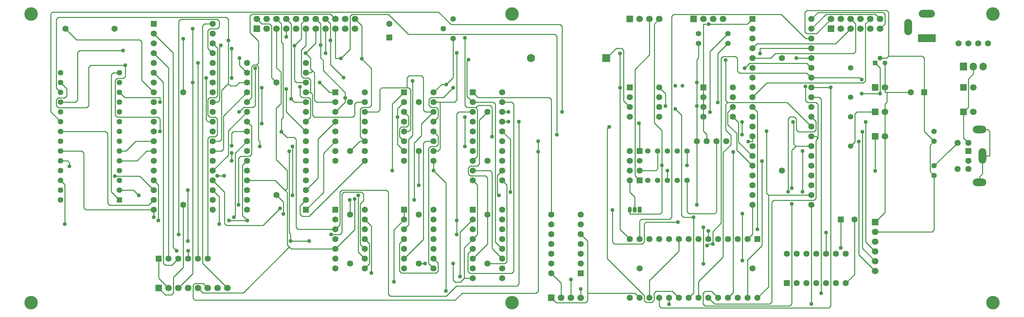
<source format=gbr>
%TF.GenerationSoftware,Novarm,DipTrace,4.3.0.5*%
%TF.CreationDate,2023-08-20T23:12:23+01:00*%
%FSLAX26Y26*%
%MOIN*%
%TF.FileFunction,Copper,L2,Bot*%
%TF.Part,Single*%
%TA.AperFunction,Conductor*%
%ADD13C,0.009843*%
%TA.AperFunction,ComponentPad*%
%ADD14C,0.03937*%
%ADD17C,0.055118*%
%ADD18C,0.055118*%
%ADD19C,0.062992*%
%ADD20R,0.062992X0.062992*%
%ADD21C,0.062992*%
%ADD22C,0.06*%
%ADD23C,0.137795*%
%ADD24R,0.051181X0.051181*%
%ADD25C,0.051181*%
%ADD26R,0.066929X0.066929*%
%ADD27C,0.066929*%
%ADD28R,0.056693X0.056693*%
%ADD29C,0.056693*%
%ADD30O,0.137795X0.07874*%
%ADD31O,0.07874X0.15748*%
%ADD32C,0.066929*%
%ADD33R,0.181102X0.07874*%
%ADD34O,0.165354X0.07874*%
%ADD35O,0.07874X0.165354*%
%ADD36R,0.075X0.07874*%
%ADD37O,0.075X0.07874*%
%ADD38R,0.041339X0.059055*%
%ADD39O,0.041339X0.059055*%
%ADD40R,0.082677X0.082677*%
%ADD41C,0.082677*%
%ADD42C,0.056693*%
%TA.AperFunction,ViaPad*%
%ADD45C,0.04*%
G75*
G01*
%LPD*%
X6593701Y1743699D2*
D13*
Y1624174D1*
X6643701Y1574174D1*
Y1443701D1*
X7477953Y2143699D2*
Y1423321D1*
X7458267Y1403635D1*
X7197637D1*
X7177953Y1423320D1*
Y1743699D1*
X1743504Y2643699D2*
X1619216Y2767987D1*
Y3161947D1*
X1599527Y3181636D1*
X956945D1*
X844488Y3294093D1*
X9093701Y1218699D2*
X9674013D1*
X9693701Y1238388D1*
Y1793699D1*
X5143307Y2443896D2*
X5059649Y2360239D1*
Y1909647D1*
X5039964Y1889962D1*
X4967126D1*
X4947441Y1870277D1*
Y1809647D1*
X4967126Y1789962D1*
X5124409D1*
X5144094Y1770277D1*
Y1393896D1*
X1793701Y943699D2*
Y743109D1*
X1893110Y643699D1*
X5793701Y793699D2*
X5893701Y693699D1*
Y543699D1*
X7843504Y1493503D2*
Y1193503D1*
X7793701Y1143699D1*
X4593701Y2643699D2*
X4674727Y2724725D1*
X4724570D1*
X2993504Y1593699D2*
X3063031Y1524172D1*
Y1402446D1*
X3743701Y1393699D2*
Y1540829D1*
X3740118Y1544411D1*
X8743701Y1343699D2*
X8743700Y1055040D1*
X7293701Y3143701D2*
Y2992680D1*
X7277952Y2976931D1*
Y2745473D1*
X6955433Y2504804D2*
Y2631967D1*
X6894094Y2693306D1*
X2043701Y2643896D2*
X2043700Y3189962D1*
X9593701Y2643699D2*
Y2994880D1*
X9574015Y3014565D1*
X9231299D1*
Y3461418D1*
X9211614Y3481103D1*
X8397240D1*
X8377555Y3461418D1*
Y3264962D1*
X8397240Y3245277D1*
X8495475D1*
X8643701Y3393503D1*
X9143701Y2993699D2*
X9210434D1*
X9231299Y3014565D1*
X9693701Y2143699D2*
X9593701Y2243699D1*
Y2643699D1*
X9693701Y1793699D2*
X9651374Y1836026D1*
Y2101373D1*
X9693701Y2143699D1*
X5144094Y1393896D2*
Y1094094D1*
X4993701Y943701D1*
X4724570Y2724725D2*
X4793898Y2794052D1*
Y3193306D1*
X7277953Y2143699D2*
X7277952Y1493505D1*
Y2504804D2*
X7277953Y2143699D1*
X7277952Y2745473D2*
Y2504804D1*
X4397437Y1544411D2*
Y2126966D1*
X4470279Y2199808D1*
Y2320278D1*
X4593701Y2443699D1*
X3293701Y2543699D2*
X3177404D1*
X3141929Y2579174D1*
X4593701Y2443699D2*
X4509648D1*
X4489960Y2463387D1*
Y2794253D1*
X4470275Y2813938D1*
X4343389D1*
X4323704Y2794253D1*
Y2689962D1*
X4339964D1*
X4359649Y2670277D1*
Y2263385D1*
X4339964Y2243699D1*
X4293701D1*
X6693701Y1143699D2*
Y1329373D1*
X6713385Y1349057D1*
X7000587D1*
X7020275Y1368745D1*
Y3422245D1*
X7039960Y3441930D1*
X8134791D1*
X8383219Y3193503D1*
X8443504D1*
X3893701Y2443699D2*
X4025031D1*
X4044718Y2463387D1*
Y2670275D1*
X4064405Y2689962D1*
X4323704D1*
X3141929Y2579174D2*
Y3345471D1*
X3093701Y3393699D1*
X1743504Y1543699D2*
X1689767Y1489962D1*
X1291535D1*
X1271850Y1509647D1*
Y2224408D1*
X1252165Y2244093D1*
X793701D1*
X2606106Y1493899D2*
Y1970277D1*
X2625791Y1989962D1*
X2720279D1*
X2739964Y2009647D1*
Y2297436D1*
X2693701Y2343699D1*
X1743504Y1443699D2*
X1048396D1*
X1028708Y1463387D1*
Y2024408D1*
X1009023Y2044093D1*
X793701D1*
X1743504Y1368162D2*
Y1443699D1*
X2559492Y1368162D2*
X2571342Y1380012D1*
Y2021341D1*
X2693701Y2143699D1*
X1588972Y1589962D2*
X1534841Y1644093D1*
X1393701D1*
X2343504Y1643699D2*
X2409448Y1577755D1*
Y1298151D1*
X836811Y1298159D2*
Y1700983D1*
X793701Y1744093D1*
X3293701Y1643699D2*
X3417369Y1767368D1*
Y2167368D1*
X3593701Y2343699D1*
X2343504Y1743699D2*
X2463897Y1623306D1*
Y1302757D1*
X2483582Y1283072D1*
X2854838D1*
X3028267Y1456501D1*
X2693701Y2443699D2*
X2501815Y2251814D1*
Y2002011D1*
X2343504Y1843699D1*
X6493700Y3039765D2*
Y2689962D1*
X4593701Y2343699D2*
X4639964Y2389963D1*
Y2470277D1*
X4620279Y2489962D1*
X4567126D1*
X4547441Y2509647D1*
Y2570277D1*
X4567126Y2589962D1*
X4694098D1*
X4794098Y2689962D1*
X2844256Y2690155D2*
Y2324725D1*
X8443504Y3093503D2*
X7921318D1*
Y3039765D1*
X6493700Y2689962D2*
Y1243700D1*
X6593701Y1143699D1*
X3293701Y2343699D2*
X3339964Y2389963D1*
Y2570277D1*
X3320279Y2589962D1*
X3252051D1*
X3232366Y2609647D1*
Y2700324D1*
X8443504Y2993503D2*
X8288594Y2993501D1*
X3293701Y2243699D2*
X3094216Y2443184D1*
Y2678466D1*
X7762476Y2889962D2*
X7812279Y2939765D1*
X8397241D1*
X8443504Y2893503D1*
X1743504Y2143699D2*
X1558603D1*
X1458996Y2044093D1*
X1393701D1*
X1743504Y2043699D2*
X1671150D1*
X1571543Y1944093D1*
X1393701D1*
X2389759Y1789962D2*
X2459287D1*
X2509649Y1332918D2*
X2697283D1*
X1743504Y1743699D2*
X1789763Y1697440D1*
Y1332918D1*
X2697283D2*
X2647441Y1382760D1*
Y1897440D1*
X2693701Y1943699D1*
X4863425Y761462D2*
Y1213425D1*
X4993701Y1343701D1*
X3122696Y2040119D2*
Y1211867D1*
X3137775Y1196788D1*
Y1124725D1*
X1743504Y1643699D2*
X1599997Y1787206D1*
X1345984D1*
X793701Y1944093D2*
X864969D1*
X884653Y1924409D1*
Y1887206D1*
X2089960Y1643698D2*
Y1124725D1*
X3137775D2*
X3327500D1*
X7393700Y1227875D2*
X7393701Y1143699D1*
X8593701Y993699D2*
X8593700Y1209647D1*
X6593701Y1443701D2*
Y1399407D1*
X6900590D1*
X6920275Y1419092D1*
Y1897363D1*
X7177953Y2043699D2*
X7177952Y1897363D1*
X6920275D2*
Y2253427D1*
X6841933Y2331769D1*
Y3341932D1*
X6893701Y3393699D1*
X6693701Y1743699D2*
X6645476Y1791924D1*
Y2878513D1*
X6793701Y3026738D1*
Y3393699D1*
X3893701Y1943699D2*
X3327755Y1377753D1*
X3253838D1*
X3234153Y1397438D1*
Y1484152D1*
X3293701Y1543699D1*
X3593701Y2143699D2*
X3471968Y2021967D1*
Y1621967D1*
X3293701Y1443699D1*
X4593701Y2143699D2*
X4510039D1*
X4490354Y2124015D1*
Y1140353D1*
X4293701Y943699D1*
X4593701Y2243699D2*
X4639964Y2197436D1*
Y2109647D1*
X4620279Y2089962D1*
X4563976D1*
X4544291Y2070277D1*
Y893109D1*
X4593701Y843699D1*
X5793701Y1393699D2*
Y2570273D1*
X5774011Y2589962D1*
X5047439D1*
X4993701Y2643701D1*
X8927756Y2139765D2*
Y984644D1*
X9093701Y818699D1*
X7800130Y2139765D2*
X7843504D1*
Y2193503D1*
X4828862Y3048749D2*
Y2563383D1*
X4809177Y2543698D1*
X4659649D1*
Y2063385D1*
X4639964Y2043699D1*
X4593701D1*
X3893701Y2543699D2*
X3809647D1*
X3789960Y2524013D1*
Y2409647D1*
X3770275Y2389962D1*
X3379334D1*
X3359649Y2409647D1*
Y2624017D1*
X3339964Y2643702D1*
Y2770277D1*
X3320279Y2789962D1*
X3267126D1*
X3247441Y2809647D1*
Y3078627D1*
X3293701Y3124887D1*
Y3293699D1*
X8443504Y2693503D2*
X8532286D1*
X8532287Y2693501D1*
X8639960D1*
Y461300D1*
X8620275Y441615D1*
X6913385D1*
X6893701Y461300D1*
Y543699D1*
X3293701Y2643699D2*
X3339964Y2643702D1*
X4593701Y2543699D2*
X4659649Y2543698D1*
X4593701Y1943699D2*
X4593700Y1842989D1*
X6993701Y543699D2*
X6993700Y476379D1*
X3293701Y2743699D2*
X3196381D1*
X3176693Y2763387D1*
Y3121438D1*
X4293701Y2643699D2*
X4173307Y2523306D1*
Y1842989D1*
X8543110Y589962D2*
Y2573817D1*
X8523425Y2593503D1*
X8443504D1*
X1804842Y2543702D2*
Y2589962D1*
X1447832D1*
X1393701Y2644093D1*
X2343504Y2543699D2*
X2392911D1*
X2412598Y2563387D1*
Y3109646D1*
X2427677Y3124725D1*
X3593701Y2643699D2*
X3534495D1*
X3433783Y2744411D1*
X4593700Y1842989D2*
X4719771Y1716918D1*
Y615277D1*
X3176693Y3121438D2*
X3245078Y3189823D1*
Y3345077D1*
X3293701Y3393699D1*
X6383063Y2289962D2*
X6363374Y2270273D1*
Y943897D1*
X6739960Y567311D1*
Y517123D1*
X6759645Y497438D1*
X6820275D1*
X6839960Y517123D1*
Y589962D1*
X6859645Y609647D1*
X7027753D1*
X7093701Y543699D1*
X3593701Y2543699D2*
X3399022D1*
X3379334Y2563387D1*
Y2844883D1*
X3360831Y2863387D1*
X3341144Y2843699D1*
X3293701D1*
X4293701Y2543699D2*
X4227756Y2477755D1*
Y2389962D1*
X2774728Y2889962D2*
Y2509647D1*
X2755043Y2489962D1*
X2658937D1*
X2612677Y2443702D1*
X3360831Y2863387D2*
X3339964Y2884253D1*
Y2994569D1*
X3290122Y3044411D1*
X4227756Y2389962D2*
Y2109644D1*
X4293701Y2043699D1*
X3290122Y3044411D2*
X3393701Y3147990D1*
Y3293699D1*
X3593701Y2443699D2*
X3694413Y2544412D1*
Y2586682D1*
X7055287Y2474332D2*
X7120275Y2409344D1*
Y1388556D1*
X7139960Y1368871D1*
X7243110D1*
X2274724Y2789962D2*
Y2363384D1*
X2294409Y2343699D1*
X2343504D1*
X4293701Y2443699D2*
X4339964Y2397436D1*
Y2309647D1*
X4320279Y2289962D1*
X4267126D1*
X4247441Y2270277D1*
Y2189959D1*
X4293701Y2143699D1*
X4912677Y2389962D2*
Y2089962D1*
X8205043Y1628269D2*
Y2374529D1*
X8224728Y2394214D1*
X8270169D1*
X8289854Y2374529D1*
Y2259450D1*
X8309539Y2239765D1*
X8470078D1*
X8489763Y2259450D1*
Y2347243D1*
X8443504Y2393503D1*
X3444653Y3129017D2*
Y3342747D1*
X3393701Y3393699D1*
X3694413Y2586682D2*
Y2641950D1*
X3468547Y2867816D1*
Y2971627D1*
X3444653Y2995521D1*
Y3129017D1*
X7243110Y1368871D2*
Y593109D1*
X7193701Y543699D1*
X8443504Y2293503D2*
X8197241Y2539765D1*
X7590271D1*
X7569405Y2518899D1*
Y2256158D1*
X7622637Y2202926D1*
Y2108662D1*
X7543901Y2029926D1*
Y960615D1*
X7293701Y710415D1*
Y543699D1*
X1804842Y2243702D2*
Y2370277D1*
X1785157Y2389962D1*
X1370275D1*
X1350590Y2409647D1*
Y2767521D1*
X1370275Y2787206D1*
X1432204D1*
X1451889Y2806891D1*
Y2921970D1*
X2693701Y2843699D2*
X2617693Y2919707D1*
Y2993107D1*
X7590271Y2539765D2*
X7569405Y2560631D1*
Y2974529D1*
X1451889Y2921970D2*
X1099589D1*
X1079904Y2902285D1*
Y2506894D1*
X1060216Y2487206D1*
X770275D1*
X750590Y2506891D1*
Y2567521D1*
X770275Y2587206D1*
X836811D1*
X856496Y2606891D1*
Y2681298D1*
X793701Y2744093D1*
X3494496Y3044411D2*
X3493701Y3293699D1*
X8382161Y2705001D2*
Y2559450D1*
X8401846Y2539765D1*
X8489763D1*
X8509448Y2520080D1*
Y2173816D1*
X8489763Y2154131D1*
Y1559450D1*
X8470078Y1539765D1*
X8059531D1*
X8039846Y1520080D1*
Y500670D1*
X8020161Y480985D1*
X7456415D1*
X7393701Y543699D1*
X2343504Y2143699D2*
X2412599D1*
X2432283Y2163384D1*
Y2663540D1*
X2501811Y2733068D1*
Y3175887D1*
X3493701Y3393699D2*
X3541929Y3345471D1*
Y3175887D1*
X8509448Y2173816D2*
X8489763Y2193501D1*
Y2193503D1*
X8443504D1*
X2501811Y2733068D2*
X2522677Y2712202D1*
X2582256D1*
X2613754Y2743699D1*
X2693701D1*
X2501811Y3175887D2*
Y3389962D1*
X2482126Y3409647D1*
X770275D1*
X750590Y3389962D1*
Y2687204D1*
X793701Y2644093D1*
X3541929Y3175887D2*
Y2927052D1*
X3674728Y2794253D1*
X2693701Y2643699D2*
X2451968Y2401967D1*
Y2063384D1*
X2432284Y2043699D1*
X2343504D1*
X5848149Y2212285D2*
Y3216733D1*
X5828464Y3236418D1*
X4337527D1*
X4132015Y3441930D1*
X3761614D1*
X3741929Y3422245D1*
Y3083431D1*
X3648460Y2989962D1*
X2536574Y3089962D2*
Y2789962D1*
X1428464Y3070273D2*
X986538D1*
X966853Y3050588D1*
Y2563781D1*
X947165Y2544093D1*
X793701D1*
X8243110Y1505001D2*
Y480985D1*
X8223425Y461300D1*
X7359645D1*
X7339960Y480985D1*
Y589962D1*
X7359645Y609647D1*
X7427753D1*
X7493701Y543699D1*
X8443504Y2093503D2*
X8285142D1*
X8243110Y2051471D1*
Y1663513D1*
X8285142Y2093503D2*
X8264275Y2114369D1*
Y2330580D1*
X8255090Y2339765D1*
X7736007Y2212285D2*
Y2339765D1*
X3648460Y2989962D2*
X3593696D1*
Y3202946D1*
X3593700Y3202949D1*
X3593701Y3293699D1*
X2693701Y2543699D2*
X2739964Y2589963D1*
Y2905040D1*
X2759649Y2924725D1*
X2788625D1*
X2809492Y2945592D1*
Y3167221D1*
X2722633Y3254080D1*
Y3425395D1*
X2742318Y3445080D1*
X3542320D1*
X3593701Y3393699D1*
X7646795Y2034529D2*
Y596794D1*
X7593701Y543699D1*
X2824570Y2089962D2*
Y2139919D1*
X2809492Y2154997D1*
Y2905040D1*
X2789807Y2924725D1*
X2788625D1*
X3157460Y1589962D2*
Y2089962D1*
X2536578Y2024725D2*
Y1943702D1*
X2788625Y2924725D2*
D3*
X4993701Y1743701D2*
X5039964Y1697437D1*
Y1189964D1*
X4993701Y1143701D1*
X2043701Y1493896D2*
Y855231D1*
X1941338Y752868D1*
Y595470D1*
X1921653Y575785D1*
X1861024D1*
X1793110Y643699D1*
X6793701Y543699D2*
Y719687D1*
X7093701Y1019687D1*
Y1143699D1*
X2793701Y3393699D2*
X2842320Y3345080D1*
X2922244D1*
X2941929Y3325395D1*
Y2795274D1*
X2993504Y2743699D1*
X5144094Y893896D2*
X5320276D1*
X5339964Y913584D1*
Y1697437D1*
X5293701Y1743701D1*
X9455906Y2643699D2*
X9214567D1*
Y2544884D1*
X9193701Y2524018D1*
Y2443699D1*
X8793701Y693699D2*
X8881496Y781495D1*
Y1343699D1*
X10093701Y2906495D2*
Y2832675D1*
X10041929Y2780903D1*
Y2491928D1*
X9993701Y2443699D1*
X6093701Y1193699D2*
X6163976Y1123424D1*
Y591930D1*
X6645470D1*
X6693701Y543699D1*
X3793701Y3393699D2*
X3861614Y3325786D1*
Y2986970D1*
X5793701Y543699D2*
X5841930Y495470D1*
X6144291D1*
X6163976Y515155D1*
Y591930D1*
X7376378Y2143699D2*
Y2214856D1*
X7344094Y2247139D1*
Y2393306D1*
X1393701Y1544093D2*
X1311220Y1626574D1*
Y2824408D1*
X1330905Y2844093D1*
X1393701D1*
X4443701Y2043699D2*
X4443700Y1694733D1*
X4993701Y1143701D2*
X4904921Y1054921D1*
Y743701D1*
X4865548Y704328D1*
X4813586D1*
X4793901Y724013D1*
Y893895D1*
X9193701Y2943699D2*
Y2693699D1*
X4444094Y893896D2*
X4505433Y893895D1*
X4993701Y743701D2*
X4904921D1*
X9193701Y2193699D2*
Y1418699D1*
X9093701Y1318699D1*
X9193701Y2443699D2*
Y2193699D1*
X9993701Y2443699D2*
Y2177951D1*
X10043701Y2127951D1*
X3893701Y2143699D2*
X3844094D1*
X3743701Y2043306D1*
X3861614Y2986970D2*
X3959649Y2888935D1*
Y2509647D1*
X3939964Y2489962D1*
X3867126D1*
X3847441Y2470277D1*
Y2189959D1*
X3893701Y2143699D1*
X6685161Y2327359D2*
X6693701Y2318820D1*
Y2043699D1*
X7395866Y3339765D2*
X7789767D1*
X7843504Y3393503D1*
X7344094Y2693306D2*
Y3339765D1*
X7395866D1*
X7344094Y2593306D2*
Y2693306D1*
Y2493306D2*
Y2593306D1*
Y2393306D2*
Y2493306D1*
X9193701Y2693699D2*
Y2643699D1*
X9214567D1*
X7644094Y2493306D2*
X7589090Y2438302D1*
Y2315151D1*
X7681559Y2222682D1*
Y2055447D1*
X7843504Y1893503D1*
X7593701Y3143701D2*
X7489452Y3039452D1*
Y2539568D1*
X7593701Y3243701D2*
X7411141Y3061141D1*
Y2439568D1*
X7644094Y2393306D2*
X7701244Y2336156D1*
Y2135762D1*
X7843504Y1993503D1*
X5293701Y2543701D2*
X5389807D1*
X5409492Y2524015D1*
Y812796D1*
X5389807Y793111D1*
X4963976D1*
X4944291Y812796D1*
Y994291D1*
X4993701Y1043701D1*
X4949283Y2978466D2*
X4934204Y2963387D1*
Y2603197D1*
X4993701Y2543701D1*
X3093701Y3293699D2*
X3093700Y3210651D1*
X4993701Y2543701D2*
X5204647D1*
X5224334Y2524013D1*
Y1113067D1*
X5293701Y1043701D1*
X7892913Y1244411D2*
Y2444093D1*
X7843504Y2493503D1*
X8997283Y2339765D2*
Y1115117D1*
X9093701Y1018699D1*
X6354331Y2993701D2*
X6454844Y3094214D1*
X6508779D1*
X6528464Y3074529D1*
Y2558936D1*
X6594094Y2493306D1*
X2193701Y943699D2*
X2193700Y2942950D1*
X1974724Y1024725D2*
X1939960Y1059489D1*
Y3047243D1*
X1743504Y3243699D1*
X2093701Y943699D2*
X2093700Y1024725D1*
X2343504Y3143699D2*
X2392913Y3094290D1*
Y2609647D1*
X2373228Y2589962D1*
X2314094D1*
X2294409Y2570277D1*
Y2409647D1*
X2314094Y2389962D1*
X2370078D1*
X2389763Y2370277D1*
Y2209647D1*
X2370078Y2189962D1*
X2313386D1*
X2293701Y2170277D1*
Y943699D1*
X9093701Y2443699D2*
X8905709D1*
X8886023Y2424014D1*
Y2136022D1*
X8843701Y2093699D1*
X9093701Y2193699D2*
X9093696Y1839765D1*
X6977953Y1743699D2*
X6977952Y1842914D1*
X9043701Y3393503D2*
X8991929Y3341731D1*
Y2759450D1*
X8972244Y2739765D1*
X7989767D1*
X7843504Y2593503D1*
X9143701Y3293503D2*
X9191929Y3341731D1*
Y3441733D1*
X9172244Y3461418D1*
X8511420D1*
X8443504Y3393503D1*
X9143701D2*
X9095470Y3441733D1*
X8591735D1*
X8443504Y3293503D1*
X8843701D2*
X8689963Y3139765D1*
X7889767D1*
X7843504Y3093503D1*
X8843701Y3393503D2*
X8891929Y3345274D1*
Y3059647D1*
X8872244Y3039962D1*
X8075759D1*
X8029300Y2993503D1*
X7843504D1*
X9693701Y1893699D2*
X9848726Y2048724D1*
X9854237D1*
X9933465Y2127951D1*
X7739960Y924725D2*
Y1403635D1*
X3959649Y796225D2*
Y1277751D1*
X3893701Y1343699D1*
X4379334Y2759489D2*
Y2202757D1*
X4339964Y2163387D1*
Y1289963D1*
X4293701Y1243699D1*
X6693701Y1843699D2*
X6858264D1*
X6877953Y1863389D1*
Y2043699D1*
X3893701Y1143699D2*
X3939964Y1097436D1*
Y889963D1*
X3893701Y843699D1*
X4293701Y1143699D2*
X4247441Y1097440D1*
Y817123D1*
X4267126Y797438D1*
X4620279D1*
X4639964Y817123D1*
Y897436D1*
X4593701Y943699D1*
X3825204Y1590442D2*
Y1012196D1*
X3893701Y943699D1*
X5259098Y1590442D2*
X5244295Y1605245D1*
Y1794295D1*
X5293701Y1843701D1*
X1997437Y1189962D2*
Y3370277D1*
X2017122Y3389962D1*
X2389763D1*
X2409448Y3370277D1*
Y3312796D1*
X2389763Y3293111D1*
X2313775D1*
X2294090Y3273426D1*
Y3093113D1*
X2343504Y3043699D1*
X3550326Y1189962D2*
X3639964D1*
X3659649Y1209647D1*
Y1605521D1*
X3679334Y1625206D1*
X3859968D1*
X3879653Y1605521D1*
Y1538316D1*
X3844889Y1503552D1*
Y1092511D1*
X3893701Y1043699D1*
X5993701Y543699D2*
X5993704Y732359D1*
X8353133Y2045277D2*
Y1628269D1*
X7343862Y889962D2*
Y1264096D1*
X6093701Y543699D2*
X6093700Y634966D1*
X5902598Y2443702D2*
Y3316733D1*
X5882913Y3336418D1*
X4772516D1*
X4644169Y3464765D1*
X711224D1*
X691539Y3445080D1*
Y2446255D1*
X793701Y2344093D1*
X5293701Y2443701D2*
X5355043Y2443702D1*
X2140283Y3293111D2*
Y2743698D1*
X7984866Y2247048D2*
Y1614368D1*
X8005732Y1593502D1*
Y655731D1*
X7893701Y543699D1*
X5189570Y2189962D2*
Y2489962D1*
X5169885Y2509647D1*
X5049807D1*
X5030122Y2489962D1*
X5019098D1*
X5039964Y2469096D1*
Y1989964D1*
X4993701Y1943701D1*
X8005732Y1593502D2*
Y1593503D1*
X8443504D1*
X5019098Y2489962D2*
X4934204D1*
X4914519Y2509647D1*
Y3201655D1*
X2140283Y2743698D2*
Y790873D1*
X1993110Y643699D1*
X8962519Y2239765D2*
Y1049881D1*
X9093701Y918699D1*
X5293701Y943701D2*
X5190354Y1047047D1*
Y1824013D1*
X5170667Y1843701D1*
X4993701D1*
X10155906Y1724408D2*
Y1781694D1*
X10187402Y1813190D1*
Y1994093D1*
X10261220D1*
Y2244093D1*
X10241535Y2263778D1*
X10155906D1*
X7082208Y1319029D2*
X6759645D1*
X6739960Y1299344D1*
Y1113977D1*
X6720275Y1094292D1*
X6437507D1*
X6417822Y1113977D1*
Y1439962D1*
X1893701Y943699D2*
Y2893503D1*
X1743504Y3043699D1*
X8443504Y1493503D2*
Y482363D1*
X1993701Y943699D2*
X1927755Y877753D1*
X1859645D1*
X1839960Y897438D1*
Y2747243D1*
X1743504Y2843699D1*
X5463941Y2343702D2*
Y684643D1*
X5444256Y664958D1*
X4826283D1*
X4722157Y560832D1*
X4153622D1*
X4133937Y580517D1*
Y1625206D1*
X4114252Y1644891D1*
X3659649D1*
X3639964Y1625206D1*
Y1289963D1*
X3593701Y1243699D1*
X2693701Y2243699D2*
X2556265D1*
X2536578Y2224013D1*
Y2097442D1*
X5293701Y2343701D2*
X5355043Y2343702D1*
X3044374Y2239635D2*
Y2368179D1*
X3059452Y2383257D1*
Y3141435D1*
X3041929Y3158958D1*
Y3345471D1*
X2993701Y3393699D1*
X3593701Y1243699D2*
X3211912D1*
X3192224Y1263387D1*
Y2165501D1*
X3172539Y2185186D1*
X3098823D1*
X3044374Y2239635D1*
X8957165Y2774529D2*
X8938192Y2793503D1*
X8443504D1*
X2493110Y643699D2*
X2239960Y896849D1*
Y3324014D1*
X2259646Y3343699D1*
X2343504D1*
X4828661Y1189962D2*
Y1332796D1*
X9093701Y2943699D2*
X9141929Y2895471D1*
Y2630391D1*
X4293701Y1443699D2*
Y1343699D1*
X7439960Y1094288D2*
X7393700D1*
X7378626Y1079214D1*
X8443504Y2793503D2*
X8397241Y2839765D1*
X7710039D1*
X7690354Y2859450D1*
Y2989607D1*
X7670669Y3009292D1*
X7543901D1*
X7524216Y2989607D1*
Y1306812D1*
X7439960Y1222556D1*
Y1094288D1*
X4828661Y1332796D2*
Y2424015D1*
X4848347Y2443701D1*
X4993701D1*
X9141929Y2630391D2*
X8957165D1*
X4293701Y1343699D2*
X4188385Y1238384D1*
Y707009D1*
X3789960Y1555198D2*
Y1239959D1*
X3593701Y1043699D1*
X5374728Y1625206D2*
Y2162673D1*
X5293701Y2243701D1*
X2993701Y3293699D2*
Y2895450D1*
X3039767Y2849383D1*
Y2531441D1*
X2989925Y2481599D1*
Y1957851D1*
X3103011Y1844765D1*
Y1660828D1*
X3082145Y1639962D1*
X2978408Y1743699D1*
X2693701D1*
X3593701Y1043699D2*
X3142384D1*
X3122696Y1063387D1*
X2654779Y595470D1*
X2241339D1*
X2193110Y643699D1*
X3122696Y1063387D2*
X3103011Y1083072D1*
Y1619096D1*
X3082145Y1639962D1*
X5660594Y2143698D2*
Y2038781D1*
X7939960Y1939765D2*
Y1077535D1*
X7793701Y931276D1*
Y543699D1*
X5660594Y2038781D2*
Y611615D1*
X5640909Y591930D1*
X4885023D1*
X4814555Y521462D1*
X2161023D1*
X2141338Y541147D1*
Y672245D1*
X2161023Y691930D1*
X2244879D1*
X2293110Y643699D1*
D45*
X3063031Y1402446D3*
X3740118Y1544411D3*
X8743700Y1055040D3*
X7277952Y1493505D3*
Y2504804D3*
X6955433D3*
X2043700Y3189962D3*
X4724570Y2724725D3*
X7277952Y2745473D3*
X4397437Y1544411D3*
X3141929Y2579174D3*
X2606106Y1493899D3*
X2559492Y1368162D3*
X1743504D3*
X1588972Y1589962D3*
X2409448Y1298151D3*
X836811Y1298159D3*
X3028267Y1456501D3*
X6493700Y2689962D3*
X4794098D3*
X2844256Y2324725D3*
Y2690155D3*
X6493700Y3039765D3*
X7921318D3*
X3232366Y2700324D3*
X8288594Y2993501D3*
X3094216Y2678466D3*
X7762476Y2889962D3*
X2459287Y1789962D3*
X2389759D3*
X1789763Y1332918D3*
X2509649D3*
X2697283D3*
X4863425Y761462D3*
X3327500Y1124725D3*
X1345984Y1787206D3*
X884653Y1887206D3*
X3122696Y2040119D3*
X2089960Y1124725D3*
Y1643698D3*
X3137775Y1124725D3*
X7393700Y1227875D3*
X8593700Y1209647D3*
X6920275Y1897363D3*
X7177952D3*
X8927756Y2139765D3*
X7800130D3*
X4828862Y3048749D3*
X8639960Y2693501D3*
X4719771Y615277D3*
X6993700Y476379D3*
X4173307Y1842989D3*
X4593700D3*
X8543110Y589962D3*
X1804842Y2543702D3*
X3176693Y3121438D3*
X2427677Y3124725D3*
X3433783Y2744411D3*
X6383063Y2289962D3*
X2612677Y2443702D3*
X2774728Y2889962D3*
X3290122Y3044411D3*
X4227756Y2389962D3*
X3444653Y3129017D3*
X4912677Y2089962D3*
Y2389962D3*
X7055287Y2474332D3*
X3694413Y2586682D3*
X8205043Y1628269D3*
X7243110Y1368871D3*
X2274724Y2789962D3*
X1451889Y2921970D3*
X2617693Y2993107D3*
X7569405Y2974529D3*
X1804842Y2243702D3*
X3494496Y3044411D3*
X3674728Y2794253D3*
X8382161Y2705001D3*
X2501811Y3175887D3*
X3541929D3*
X3648460Y2989962D3*
X2536574Y2789962D3*
Y3089962D3*
X1428464Y3070273D3*
X8243110Y1505001D3*
Y1663513D3*
X8255090Y2339765D3*
X7736007D3*
Y2212285D3*
X5848149D3*
X3157460Y2089962D3*
Y1589962D3*
X2536578Y1943702D3*
Y2024725D3*
X2824570Y2089962D3*
X7646795Y2034529D3*
X6685161Y2327359D3*
X7395866Y3339765D3*
X4443700Y1694733D3*
X4793901Y893895D3*
X4505433D3*
X3861614Y2986970D3*
X7489452Y2539568D3*
X7411141Y2439568D3*
X3093700Y3210651D3*
X4949283Y2978466D3*
X7892913Y1244411D3*
X8997283Y2339765D3*
X2193700Y2942950D3*
X1974724Y1024725D3*
X2093700D3*
X9093696Y1839765D3*
X6977952Y1842914D3*
X7739960Y1403635D3*
Y924725D3*
X3959649Y796225D3*
X4379334Y2759489D3*
X3825204Y1590442D3*
X5259098D3*
X1997437Y1189962D3*
X3550326D3*
X5993704Y732359D3*
X8353133Y1628269D3*
X7343862Y1264096D3*
Y889962D3*
X6093700Y634966D3*
X8353133Y2045277D3*
X5902598Y2443702D3*
X5355043D3*
X7984866Y2247048D3*
X5189570Y2189962D3*
X2140283Y3293111D3*
X4914519Y3201655D3*
X2140283Y2743698D3*
X8962519Y2239765D3*
X6417822Y1439962D3*
X7082208Y1319029D3*
X8443504Y482363D3*
X2536578Y2097442D3*
X5463941Y2343702D3*
X5355043D3*
X3044374Y2239635D3*
X8957165Y2774529D3*
Y2630391D3*
X4188385Y707009D3*
X9141929Y2630391D3*
X4828661Y1189962D3*
X7378626Y1079214D3*
X4828661Y1332796D3*
X7439960Y1094288D3*
X5374728Y1625206D3*
X3789960Y1555198D3*
X5660594Y2038781D3*
Y2143698D3*
X7939960Y1939765D3*
D17*
X6977953Y1743699D3*
D18*
Y2043699D3*
D19*
X8493701Y993699D3*
Y693699D3*
D20*
X8193701D3*
D21*
X8293701D3*
X8393701D3*
D19*
X8593701D3*
X8693701D3*
X8793701D3*
Y993699D3*
X8693701D3*
X8593701D3*
X8393701D3*
X8293701D3*
X8193701D3*
D20*
X3293701Y1443699D3*
D21*
Y1543699D3*
Y1643699D3*
Y1743699D3*
Y1843699D3*
Y1943699D3*
Y2043699D3*
Y2143699D3*
Y2243699D3*
Y2343699D3*
Y2443699D3*
Y2543699D3*
Y2643699D3*
Y2743699D3*
Y2843699D3*
Y2943699D3*
X2693701D3*
Y2843699D3*
Y2743699D3*
Y2643699D3*
Y2543699D3*
Y2443699D3*
Y2343699D3*
Y2243699D3*
Y2143699D3*
Y2043699D3*
Y1943699D3*
Y1843699D3*
Y1743699D3*
Y1643699D3*
Y1543699D3*
Y1443699D3*
D17*
X6877953Y2043699D3*
D18*
Y1743699D3*
D20*
X6693701D3*
D19*
Y1843699D3*
D22*
Y1943699D3*
D20*
Y2043699D3*
D19*
X6593701D3*
Y1943699D3*
Y1843699D3*
Y1743699D3*
D20*
X7843504Y3393503D3*
D21*
Y3293503D3*
Y3193503D3*
Y3093503D3*
Y2993503D3*
Y2893503D3*
Y2793503D3*
Y2693503D3*
Y2593503D3*
Y2493503D3*
Y2393503D3*
Y2293503D3*
Y2193503D3*
Y2093503D3*
Y1993503D3*
Y1893503D3*
Y1793503D3*
Y1693503D3*
Y1593503D3*
Y1493503D3*
X8443504D3*
Y1593503D3*
Y1693503D3*
Y1793503D3*
Y1893503D3*
Y1993503D3*
Y2093503D3*
Y2193503D3*
Y2293503D3*
Y2393503D3*
Y2493503D3*
Y2593503D3*
Y2693503D3*
Y2793503D3*
Y2893503D3*
Y2993503D3*
Y3093503D3*
Y3193503D3*
Y3293503D3*
Y3393503D3*
D20*
X9593701Y2643699D3*
D19*
X9455906D3*
D20*
X4143701Y3205904D3*
D19*
Y3343699D3*
D23*
X5393701Y493699D3*
D24*
X9093701Y2943699D3*
D25*
X9143701Y2993699D3*
X9193701Y2943699D3*
D19*
X7277953Y2143699D3*
X7376378D3*
D23*
X493701Y493699D3*
D26*
X7244094Y3393699D3*
D27*
X7344094D3*
X7444094D3*
X7544094D3*
D26*
X2793701Y3293699D3*
D27*
Y3393699D3*
X2893701Y3293699D3*
Y3393699D3*
X2993701Y3293699D3*
Y3393699D3*
X3093701Y3293699D3*
Y3393699D3*
X3193701Y3293699D3*
Y3393699D3*
X3293701Y3293699D3*
Y3393699D3*
X3393701Y3293699D3*
Y3393699D3*
X3493701Y3293699D3*
Y3393699D3*
X3593701Y3293699D3*
Y3393699D3*
X3693701Y3293699D3*
Y3393699D3*
X3793701Y3293699D3*
Y3393699D3*
D20*
X6594094Y2693306D3*
D21*
Y2593306D3*
Y2493306D3*
Y2393306D3*
X6894094D3*
Y2493306D3*
Y2593306D3*
Y2693306D3*
D19*
X3743701Y1393699D3*
Y893699D3*
D20*
X1743504Y3343699D3*
D21*
Y3243699D3*
Y3143699D3*
Y3043699D3*
Y2943699D3*
Y2843699D3*
Y2743699D3*
Y2643699D3*
Y2543699D3*
Y2443699D3*
Y2343699D3*
Y2243699D3*
Y2143699D3*
Y2043699D3*
Y1943699D3*
Y1843699D3*
Y1743699D3*
Y1643699D3*
Y1543699D3*
Y1443699D3*
X2343504D3*
Y1543699D3*
Y1643699D3*
Y1743699D3*
Y1843699D3*
Y1943699D3*
Y2043699D3*
Y2143699D3*
Y2243699D3*
Y2343699D3*
Y2443699D3*
Y2543699D3*
Y2643699D3*
Y2743699D3*
Y2843699D3*
Y2943699D3*
Y3043699D3*
Y3143699D3*
Y3243699D3*
Y3343699D3*
D20*
X8743701Y1343699D3*
D19*
X8881496D3*
D17*
X7593701Y3243701D3*
D18*
X7293701D3*
D19*
X6693701Y843699D3*
X7843701D3*
D17*
X7077953Y2043699D3*
D18*
Y1743699D3*
D19*
X7477953Y2143699D3*
X7576378D3*
D20*
X3593701Y1443699D3*
D21*
Y1343699D3*
Y1243699D3*
Y1143699D3*
Y1043699D3*
Y943699D3*
Y843699D3*
X3893701D3*
Y943699D3*
Y1043699D3*
Y1143699D3*
Y1243699D3*
Y1343699D3*
Y1443699D3*
D23*
X10293701Y3443699D3*
D17*
X8843701Y2893699D3*
D18*
Y2593699D3*
D17*
X9693701Y2243699D3*
D18*
Y2143699D3*
D28*
X1393701Y1544093D3*
D29*
Y1644093D3*
Y1744093D3*
Y1844093D3*
Y1944093D3*
Y2044093D3*
Y2144093D3*
Y2244093D3*
Y2344093D3*
Y2444093D3*
Y2544093D3*
Y2644093D3*
Y2744093D3*
Y2844093D3*
X793701D3*
Y2744093D3*
Y2644093D3*
Y2544093D3*
Y2444093D3*
Y2344093D3*
Y2244093D3*
Y2144093D3*
Y2044093D3*
Y1944093D3*
Y1844093D3*
Y1744093D3*
Y1644093D3*
Y1544093D3*
D19*
X5793701Y1093699D3*
X6093701D3*
D20*
Y793699D3*
D21*
Y893699D3*
Y993699D3*
D19*
Y1193699D3*
Y1293699D3*
Y1393699D3*
X5793701D3*
Y1293699D3*
Y1193699D3*
Y993699D3*
Y893699D3*
Y793699D3*
D26*
X9093701Y2193699D3*
D27*
X9193701D3*
D20*
X10043701Y2045274D3*
D19*
Y1942912D3*
Y2127951D3*
Y1860235D3*
X9933465Y2127951D3*
Y1860235D3*
D30*
X10155906Y1724408D3*
D31*
X10187402Y1994093D3*
D30*
X10155906Y2263778D3*
D17*
X8843701Y2393699D3*
D18*
Y2093699D3*
D17*
X6777953Y2043699D3*
D18*
Y1743699D3*
D19*
X2043701Y2643896D3*
Y1493896D3*
D26*
X8643701Y3293503D3*
D27*
Y3393503D3*
X8743701Y3293503D3*
Y3393503D3*
X8843701Y3293503D3*
Y3393503D3*
X8943701Y3293503D3*
Y3393503D3*
X9043701Y3293503D3*
Y3393503D3*
X9143701Y3293503D3*
Y3393503D3*
D23*
X493701Y3443699D3*
D26*
X9093701Y1318699D3*
D32*
Y1218699D3*
Y1118699D3*
Y1018699D3*
Y918699D3*
Y818699D3*
D19*
X9943701Y3143701D3*
X10042126D3*
D33*
X9619291Y3198130D3*
D34*
Y3446161D3*
D35*
X9430315Y3312303D3*
D19*
X4444094Y1393896D3*
Y893896D3*
D36*
X9993701Y2906495D3*
D37*
X10093701D3*
X10193701D3*
D19*
X5144094Y1393896D3*
Y893896D3*
D20*
X4293701Y1443699D3*
D21*
Y1343699D3*
Y1243699D3*
Y1143699D3*
Y1043699D3*
Y943699D3*
Y843699D3*
X4593701D3*
Y943699D3*
Y1043699D3*
Y1143699D3*
Y1243699D3*
Y1343699D3*
Y1443699D3*
D38*
X6693701Y1443701D3*
D39*
X6643701D3*
X6593701D3*
D17*
X9693701Y1893699D3*
D18*
Y1793699D3*
D19*
X3743701Y2543306D3*
Y2043306D3*
D26*
X9093701Y2443699D3*
D27*
X9193701D3*
D20*
X4293701Y2643699D3*
D21*
Y2543699D3*
Y2443699D3*
Y2343699D3*
Y2243699D3*
Y2143699D3*
Y2043699D3*
Y1943699D3*
X4593701D3*
Y2043699D3*
Y2143699D3*
Y2243699D3*
Y2343699D3*
Y2443699D3*
Y2543699D3*
Y2643699D3*
D40*
X6354331Y2993701D3*
D41*
X5586614D3*
D23*
X10293701Y493699D3*
D17*
X7177953Y2043699D3*
D18*
Y1743699D3*
D20*
X4993701Y2643701D3*
D21*
Y2543701D3*
Y2443701D3*
Y2343701D3*
Y2243701D3*
Y2143701D3*
Y2043701D3*
Y1943701D3*
Y1843701D3*
Y1743701D3*
X5293701D3*
Y1843701D3*
Y1943701D3*
Y2043701D3*
Y2143701D3*
Y2243701D3*
Y2343701D3*
Y2443701D3*
Y2543701D3*
Y2643701D3*
D26*
X1793110Y643699D3*
D27*
X1893110D3*
X1993110D3*
X2093110D3*
X2193110D3*
X2293110D3*
X2393110D3*
X2493110D3*
D26*
X9993701Y2693699D3*
D27*
X10093701D3*
D20*
X7344094Y2693306D3*
D21*
Y2593306D3*
Y2493306D3*
Y2393306D3*
X7644094D3*
Y2493306D3*
Y2593306D3*
Y2693306D3*
D19*
X8143701Y1843699D3*
Y2993699D3*
D20*
X4993701Y1443701D3*
D21*
Y1343701D3*
Y1243701D3*
Y1143701D3*
Y1043701D3*
Y943701D3*
Y843701D3*
Y743701D3*
X5293701D3*
Y843701D3*
Y943701D3*
Y1043701D3*
Y1143701D3*
Y1243701D3*
Y1343701D3*
Y1443701D3*
D26*
X6593701Y3393699D3*
D27*
X6693701D3*
X6793701D3*
X6893701D3*
D19*
X5143307Y2443896D3*
Y1943896D3*
D26*
X9993701Y2443699D3*
D27*
X10093701D3*
D20*
X3593701Y2643699D3*
D21*
Y2543699D3*
Y2443699D3*
Y2343699D3*
Y2243699D3*
Y2143699D3*
Y2043699D3*
Y1943699D3*
X3893701D3*
Y2043699D3*
Y2143699D3*
Y2243699D3*
Y2343699D3*
Y2443699D3*
Y2543699D3*
Y2643699D3*
D19*
X844488Y3294093D3*
X1344488D3*
D42*
X4793898Y3193306D3*
X4693898Y3293306D3*
X4793898Y3393306D3*
D26*
X5793701Y543699D3*
D27*
X5893701D3*
X5993701D3*
X6093701D3*
D17*
X7593701Y3143701D3*
D18*
X7293701D3*
D14*
X7055906Y2711022D3*
X7130709D3*
D20*
X7893701Y1143699D3*
D21*
X7793701D3*
X7693701D3*
X7593701D3*
X7493701D3*
X7393701D3*
X7293701D3*
X7193701D3*
X7093701D3*
X6993701D3*
X6893701D3*
X6793701D3*
X6693701D3*
X6593701D3*
Y543699D3*
X6693701D3*
X6793701D3*
X6893701D3*
X6993701D3*
X7093701D3*
X7193701D3*
X7293701D3*
X7393701D3*
X7493701D3*
X7593701D3*
X7693701D3*
X7793701D3*
X7893701D3*
D20*
X1793701Y943699D3*
D21*
X1893701D3*
X1993701D3*
X2093701D3*
X2193701D3*
X2293701D3*
D19*
X10143701Y3143701D3*
X10242126D3*
X4443701Y2543699D3*
Y2043699D3*
X2993504Y1593699D3*
Y2743699D3*
D23*
X5393701Y3443699D3*
D26*
X9093701Y2693699D3*
D27*
X9193701D3*
M02*

</source>
